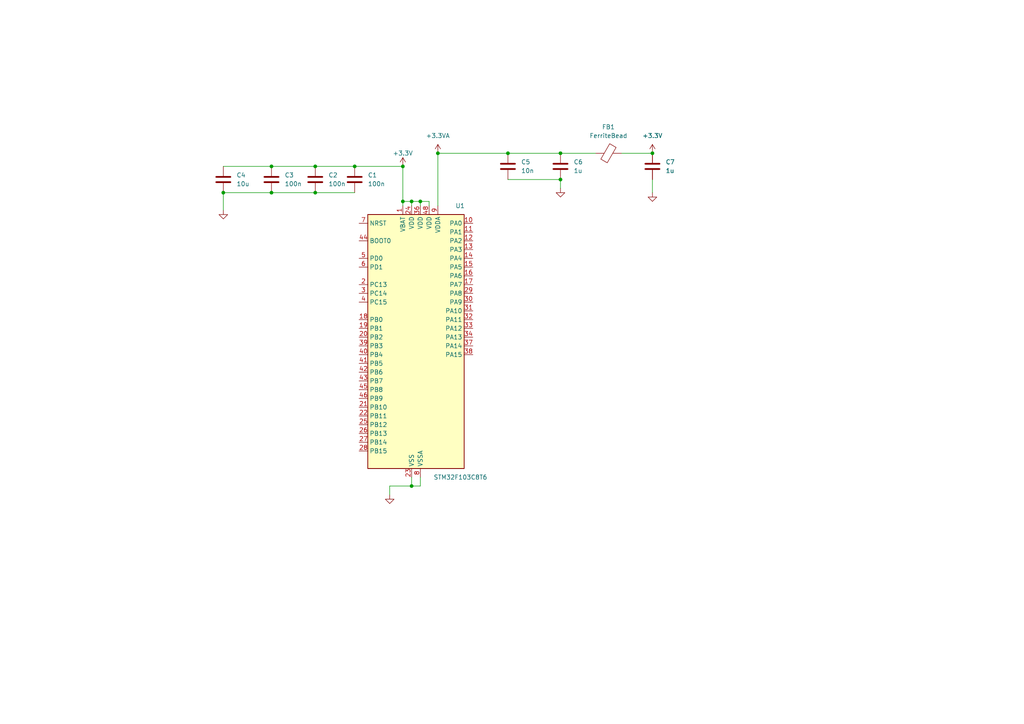
<source format=kicad_sch>
(kicad_sch (version 20230121) (generator eeschema)
  (paper "A4")
  (lib_symbols
    (symbol "Device:C" (pin_numbers hide) (pin_names (offset 0.254))
      (property "Reference" "C" (at 0.635 2.54 0))
      (property "Value" "C" (at 0.635 -2.54 0))
      (symbol "C_0_1"
        (polyline (pts (xy -2.032 -0.762) (xy 2.032 -0.762)) (stroke (width 0.508)))
        (polyline (pts (xy -2.032 0.762) (xy 2.032 0.762)) (stroke (width 0.508)))
      )
      (symbol "C_1_1"
        (pin passive line (at 0 3.81 270) (length 2.794) (name "~") (number "1"))
        (pin passive line (at 0 -3.81 90) (length 2.794) (name "~") (number "2"))
      )
    )
    (symbol "Device:FerriteBead" (pin_numbers hide) (pin_names (offset 0))
      (property "Reference" "FB" (at -3.81 0.635 90))
      (property "Value" "FerriteBead" (at 3.81 0 90))
      (symbol "FerriteBead_0_1"
        (polyline (pts (xy 0 -1.27) (xy 0 -1.2192)))
        (polyline (pts (xy 0 1.27) (xy 0 1.2954)))
        (polyline (pts (xy -2.7686 0.4064) (xy -1.7018 2.2606) (xy 2.7686 -0.3048) (xy 1.6764 -2.159) (xy -2.7686 0.4064)))
      )
      (symbol "FerriteBead_1_1"
        (pin passive line (at 0 3.81 270) (length 2.54) (name "~") (number "1"))
        (pin passive line (at 0 -3.81 90) (length 2.54) (name "~") (number "2"))
      )
    )
    (symbol "MCU_ST_STM32F1:STM32F103C8Tx"
      (property "Reference" "U" (at -12.7 39.37 0))
      (property "Value" "STM32F103C8Tx" (at 10.16 39.37 0))
      (symbol "STM32F103C8Tx_0_1"
        (rectangle (start -12.7 -35.56) (end 15.24 38.1) (stroke (width 0.254)) (fill (type background)))
      )
      (symbol "STM32F103C8Tx_1_1"
        (pin power_in line (at -2.54 40.64 270) (length 2.54) (name "VBAT") (number "1"))
        (pin bidirectional line (at 17.78 35.56 180) (length 2.54) (name "PA0") (number "10"))
        (pin bidirectional line (at 17.78 33.02 180) (length 2.54) (name "PA1") (number "11"))
        (pin bidirectional line (at 17.78 30.48 180) (length 2.54) (name "PA2") (number "12"))
        (pin bidirectional line (at 17.78 27.94 180) (length 2.54) (name "PA3") (number "13"))
        (pin bidirectional line (at 17.78 25.4 180) (length 2.54) (name "PA4") (number "14"))
        (pin bidirectional line (at 17.78 22.86 180) (length 2.54) (name "PA5") (number "15"))
        (pin bidirectional line (at 17.78 20.32 180) (length 2.54) (name "PA6") (number "16"))
        (pin bidirectional line (at 17.78 17.78 180) (length 2.54) (name "PA7") (number "17"))
        (pin bidirectional line (at -15.24 7.62 0) (length 2.54) (name "PB0") (number "18"))
        (pin bidirectional line (at -15.24 5.08 0) (length 2.54) (name "PB1") (number "19"))
        (pin bidirectional line (at -15.24 17.78 0) (length 2.54) (name "PC13") (number "2"))
        (pin bidirectional line (at -15.24 2.54 0) (length 2.54) (name "PB2") (number "20"))
        (pin bidirectional line (at -15.24 -17.78 0) (length 2.54) (name "PB10") (number "21"))
        (pin bidirectional line (at -15.24 -20.32 0) (length 2.54) (name "PB11") (number "22"))
        (pin power_in line (at 0 -38.1 90) (length 2.54) (name "VSS") (number "23"))
        (pin power_in line (at 0 40.64 270) (length 2.54) (name "VDD") (number "24"))
        (pin bidirectional line (at -15.24 -22.86 0) (length 2.54) (name "PB12") (number "25"))
        (pin bidirectional line (at -15.24 -25.4 0) (length 2.54) (name "PB13") (number "26"))
        (pin bidirectional line (at -15.24 -27.94 0) (length 2.54) (name "PB14") (number "27"))
        (pin bidirectional line (at -15.24 -30.48 0) (length 2.54) (name "PB15") (number "28"))
        (pin bidirectional line (at 17.78 15.24 180) (length 2.54) (name "PA8") (number "29"))
        (pin bidirectional line (at -15.24 15.24 0) (length 2.54) (name "PC14") (number "3"))
        (pin bidirectional line (at 17.78 12.7 180) (length 2.54) (name "PA9") (number "30"))
        (pin bidirectional line (at 17.78 10.16 180) (length 2.54) (name "PA10") (number "31"))
        (pin bidirectional line (at 17.78 7.62 180) (length 2.54) (name "PA11") (number "32"))
        (pin bidirectional line (at 17.78 5.08 180) (length 2.54) (name "PA12") (number "33"))
        (pin bidirectional line (at 17.78 2.54 180) (length 2.54) (name "PA13") (number "34"))
        (pin passive line (at 0 -38.1 90) (length 2.54) hide (name "VSS") (number "35"))
        (pin power_in line (at 2.54 40.64 270) (length 2.54) (name "VDD") (number "36"))
        (pin bidirectional line (at 17.78 0 180) (length 2.54) (name "PA14") (number "37"))
        (pin bidirectional line (at 17.78 -2.54 180) (length 2.54) (name "PA15") (number "38"))
        (pin bidirectional line (at -15.24 0 0) (length 2.54) (name "PB3") (number "39"))
        (pin bidirectional line (at -15.24 12.7 0) (length 2.54) (name "PC15") (number "4"))
        (pin bidirectional line (at -15.24 -2.54 0) (length 2.54) (name "PB4") (number "40"))
        (pin bidirectional line (at -15.24 -5.08 0) (length 2.54) (name "PB5") (number "41"))
        (pin bidirectional line (at -15.24 -7.62 0) (length 2.54) (name "PB6") (number "42"))
        (pin bidirectional line (at -15.24 -10.16 0) (length 2.54) (name "PB7") (number "43"))
        (pin input line (at -15.24 30.48 0) (length 2.54) (name "BOOT0") (number "44"))
        (pin bidirectional line (at -15.24 -12.7 0) (length 2.54) (name "PB8") (number "45"))
        (pin bidirectional line (at -15.24 -15.24 0) (length 2.54) (name "PB9") (number "46"))
        (pin passive line (at 0 -38.1 90) (length 2.54) hide (name "VSS") (number "47"))
        (pin power_in line (at 5.08 40.64 270) (length 2.54) (name "VDD") (number "48"))
        (pin bidirectional line (at -15.24 25.4 0) (length 2.54) (name "PD0") (number "5"))
        (pin bidirectional line (at -15.24 22.86 0) (length 2.54) (name "PD1") (number "6"))
        (pin input line (at -15.24 35.56 0) (length 2.54) (name "NRST") (number "7"))
        (pin power_in line (at 2.54 -38.1 90) (length 2.54) (name "VSSA") (number "8"))
        (pin power_in line (at 7.62 40.64 270) (length 2.54) (name "VDDA") (number "9"))
      )
    )
    (symbol "power:+3.3V" (power) (pin_names (offset 0))
      (property "Value" "+3.3V" (at 0 3.556 0))
      (symbol "+3.3V_0_1"
        (polyline (pts (xy -0.762 1.27) (xy 0 2.54)))
        (polyline (pts (xy 0 0) (xy 0 2.54)))
        (polyline (pts (xy 0 2.54) (xy 0.762 1.27)))
      )
      (symbol "+3.3V_1_1"
        (pin power_in line (at 0 0 90) (length 0) hide (name "+3.3V") (number "1"))
      )
    )
    (symbol "power:+3.3VA" (power) (pin_names (offset 0))
      (property "Value" "+3.3VA" (at 0 3.556 0))
      (symbol "+3.3VA_0_1"
        (polyline (pts (xy -0.762 1.27) (xy 0 2.54)))
        (polyline (pts (xy 0 0) (xy 0 2.54)))
        (polyline (pts (xy 0 2.54) (xy 0.762 1.27)))
      )
      (symbol "+3.3VA_1_1"
        (pin power_in line (at 0 0 90) (length 0) hide (name "+3.3VA") (number "1"))
      )
    )
    (symbol "power:GND" (power) (pin_names (offset 0))
      (property "Value" "GND" (at 0 -3.81 0))
      (symbol "GND_0_1"
        (polyline (pts (xy 0 0) (xy 0 -1.27) (xy 1.27 -1.27) (xy 0 -2.54) (xy -1.27 -1.27) (xy 0 -1.27)))
      )
      (symbol "GND_1_1"
        (pin power_in line (at 0 0 270) (length 0) hide (name "GND") (number "1"))
      )
    )
  )
  (junction (at 127 44.45))
  (junction (at 189.23 44.45))
  (junction (at 162.56 44.45))
  (junction (at 119.38 58.42))
  (junction (at 78.74 55.88))
  (junction (at 78.74 48.26))
  (junction (at 116.84 48.26))
  (junction (at 162.56 52.07))
  (junction (at 119.38 140.97))
  (junction (at 116.84 58.42))
  (junction (at 91.44 55.88))
  (junction (at 91.44 48.26))
  (junction (at 102.87 48.26))
  (junction (at 121.92 58.42))
  (junction (at 64.77 55.88))
  (junction (at 147.32 44.45))
  (wire (pts (xy 189.23 52.07) (xy 189.23 55.88)))
  (wire (pts (xy 180.34 44.45) (xy 189.23 44.45)))
  (wire (pts (xy 119.38 58.42) (xy 121.92 58.42)))
  (wire (pts (xy 102.87 48.26) (xy 116.84 48.26)))
  (wire (pts (xy 116.84 58.42) (xy 116.84 59.69)))
  (wire (pts (xy 64.77 55.88) (xy 78.74 55.88)))
  (wire (pts (xy 121.92 58.42) (xy 121.92 59.69)))
  (wire (pts (xy 121.92 138.43) (xy 121.92 140.97)))
  (wire (pts (xy 113.03 140.97) (xy 119.38 140.97)))
  (wire (pts (xy 113.03 143.51) (xy 113.03 140.97)))
  (wire (pts (xy 127 44.45) (xy 147.32 44.45)))
  (wire (pts (xy 78.74 48.26) (xy 91.44 48.26)))
  (wire (pts (xy 124.46 58.42) (xy 124.46 59.69)))
  (wire (pts (xy 116.84 48.26) (xy 116.84 58.42)))
  (wire (pts (xy 119.38 140.97) (xy 121.92 140.97)))
  (wire (pts (xy 91.44 48.26) (xy 102.87 48.26)))
  (wire (pts (xy 127 59.69) (xy 127 44.45)))
  (wire (pts (xy 162.56 44.45) (xy 172.72 44.45)))
  (wire (pts (xy 78.74 55.88) (xy 91.44 55.88)))
  (wire (pts (xy 64.77 48.26) (xy 78.74 48.26)))
  (wire (pts (xy 162.56 52.07) (xy 162.56 54.61)))
  (wire (pts (xy 121.92 58.42) (xy 124.46 58.42)))
  (wire (pts (xy 91.44 55.88) (xy 102.87 55.88)))
  (wire (pts (xy 119.38 58.42) (xy 119.38 59.69)))
  (wire (pts (xy 147.32 44.45) (xy 162.56 44.45)))
  (wire (pts (xy 64.77 55.88) (xy 64.77 60.96)))
  (wire (pts (xy 116.84 58.42) (xy 119.38 58.42)))
  (wire (pts (xy 119.38 140.97) (xy 119.38 138.43)))
  (wire (pts (xy 147.32 52.07) (xy 162.56 52.07)))
  (symbol (lib_id "Device:C") (at 162.56 48.26 0) (unit 1)
    (property "Reference" "C6" (at 166.37 46.99 0) (effects (justify left)))
    (property "Value" "1u" (at 166.37 49.53 0) (effects (justify left)))
  )
  (symbol (lib_id "Device:C") (at 64.77 52.07 0) (unit 1)
    (property "Reference" "C4" (at 68.58 50.8 0) (effects (justify left)))
    (property "Value" "10u" (at 68.58 53.34 0) (effects (justify left)))
  )
  (symbol (lib_id "power:GND") (at 189.23 55.88 0) (unit 1)
    (property "Reference" "#PWR06" (effects hide))
    (property "Value" "GND" (effects hide))
  )
  (symbol (lib_id "power:+3.3V") (at 116.84 48.26 0) (unit 1)
    (property "Reference" "#PWR02" (effects hide))
    (property "Value" "+3.3V" (at 116.84 44.45 0))
  )
  (symbol (lib_id "Device:C") (at 189.23 48.26 0) (unit 1)
    (property "Reference" "C7" (at 193.04 46.99 0) (effects (justify left)))
    (property "Value" "1u" (at 193.04 49.53 0) (effects (justify left)))
  )
  (symbol (lib_id "power:GND") (at 162.56 54.61 0) (unit 1)
    (property "Reference" "#PWR05" (effects hide))
    (property "Value" "GND" (effects hide))
  )
  (symbol (lib_id "Device:C") (at 147.32 48.26 0) (unit 1)
    (property "Reference" "C5" (at 151.13 46.99 0) (effects (justify left)))
    (property "Value" "10n" (at 151.13 49.53 0) (effects (justify left)))
  )
  (symbol (lib_id "Device:FerriteBead") (at 176.53 44.45 90) (unit 1)
    (property "Reference" "FB1" (at 176.4792 36.83 90))
    (property "Value" "FerriteBead" (at 176.4792 39.37 90))
  )
  (symbol (lib_id "power:GND") (at 64.77 60.96 0) (unit 1)
    (property "Reference" "#PWR03" (effects hide))
    (property "Value" "GND" (effects hide))
  )
  (symbol (lib_id "Device:C") (at 78.74 52.07 0) (unit 1)
    (property "Reference" "C3" (at 82.55 50.8 0) (effects (justify left)))
    (property "Value" "100n" (at 82.55 53.34 0) (effects (justify left)))
  )
  (symbol (lib_id "Device:C") (at 102.87 52.07 0) (unit 1)
    (property "Reference" "C1" (at 106.68 50.8 0) (effects (justify left)))
    (property "Value" "100n" (at 106.68 53.34 0) (effects (justify left)))
  )
  (symbol (lib_id "power:+3.3V") (at 189.23 44.45 0) (unit 1)
    (property "Reference" "#PWR07" (effects hide))
    (property "Value" "+3.3V" (at 189.23 39.37 0))
  )
  (symbol (lib_id "MCU_ST_STM32F1:STM32F103C8Tx") (at 119.38 100.33 0) (unit 1)
    (property "Reference" "U1" (at 132.08 59.69 0) (effects (justify left)))
    (property "Value" "STM32F103C8T6" (at 125.73 138.43 0) (effects (justify left)))
    (property "Footprint" "Package_QFP:LQFP-48_7x7mm_P0.5mm" (effects hide))
    (property "Datasheet" "https://www.st.com/resource/en/datasheet/stm32f103c8.pdf" (effects hide))
  )
  (symbol (lib_id "power:GND") (at 113.03 143.51 0) (unit 1)
    (property "Reference" "#PWR01" (effects hide))
    (property "Value" "GND" (effects hide))
  )
  (symbol (lib_id "power:+3.3VA") (at 127 44.45 0) (unit 1)
    (property "Reference" "#PWR04" (effects hide))
    (property "Value" "+3.3VA" (at 127 39.37 0))
  )
  (symbol (lib_id "Device:C") (at 91.44 52.07 0) (unit 1)
    (property "Reference" "C2" (at 95.25 50.8 0) (effects (justify left)))
    (property "Value" "100n" (at 95.25 53.34 0) (effects (justify left)))
  )
)
</source>
